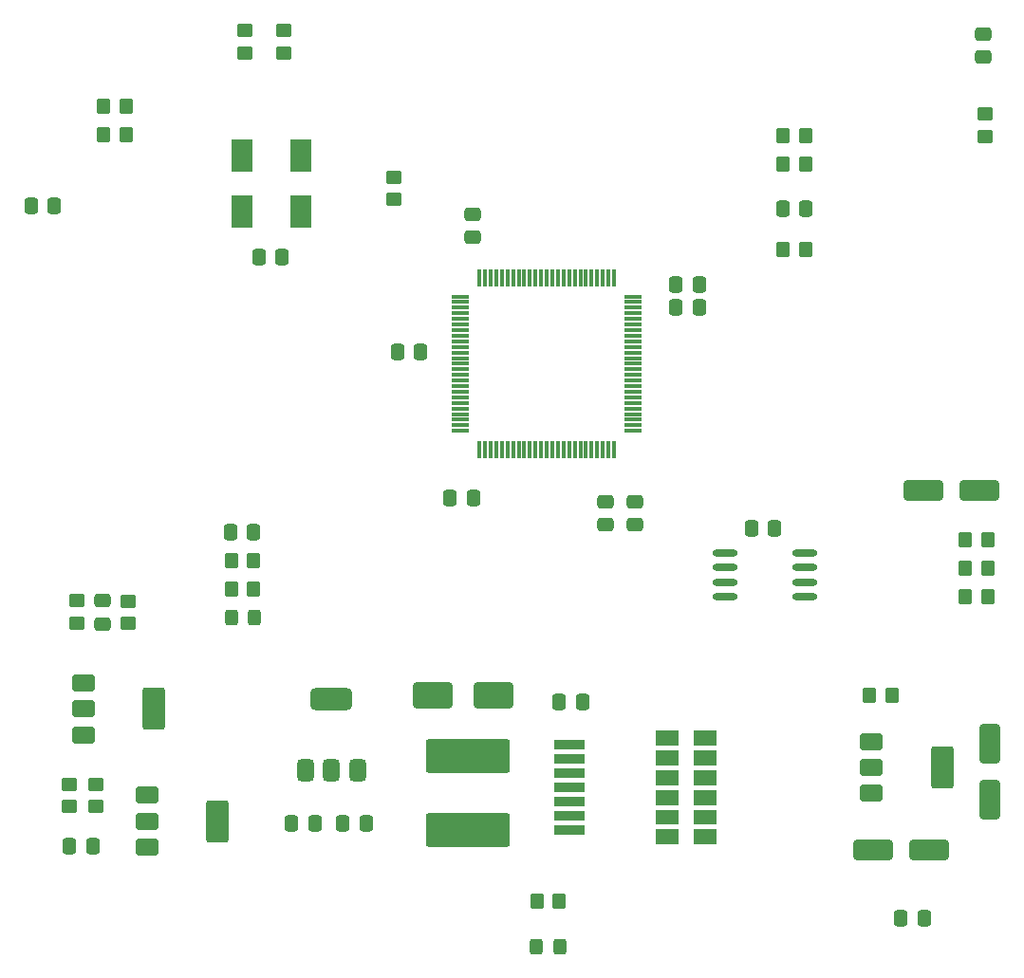
<source format=gbr>
%TF.GenerationSoftware,KiCad,Pcbnew,9.0.1*%
%TF.CreationDate,2025-04-22T15:05:36+08:00*%
%TF.ProjectId,EggClassifier,45676743-6c61-4737-9369-666965722e6b,rev?*%
%TF.SameCoordinates,Original*%
%TF.FileFunction,Paste,Top*%
%TF.FilePolarity,Positive*%
%FSLAX46Y46*%
G04 Gerber Fmt 4.6, Leading zero omitted, Abs format (unit mm)*
G04 Created by KiCad (PCBNEW 9.0.1) date 2025-04-22 15:05:36*
%MOMM*%
%LPD*%
G01*
G04 APERTURE LIST*
G04 Aperture macros list*
%AMRoundRect*
0 Rectangle with rounded corners*
0 $1 Rounding radius*
0 $2 $3 $4 $5 $6 $7 $8 $9 X,Y pos of 4 corners*
0 Add a 4 corners polygon primitive as box body*
4,1,4,$2,$3,$4,$5,$6,$7,$8,$9,$2,$3,0*
0 Add four circle primitives for the rounded corners*
1,1,$1+$1,$2,$3*
1,1,$1+$1,$4,$5*
1,1,$1+$1,$6,$7*
1,1,$1+$1,$8,$9*
0 Add four rect primitives between the rounded corners*
20,1,$1+$1,$2,$3,$4,$5,0*
20,1,$1+$1,$4,$5,$6,$7,0*
20,1,$1+$1,$6,$7,$8,$9,0*
20,1,$1+$1,$8,$9,$2,$3,0*%
G04 Aperture macros list end*
%ADD10C,0.010000*%
%ADD11RoundRect,0.250000X0.450000X-0.350000X0.450000X0.350000X-0.450000X0.350000X-0.450000X-0.350000X0*%
%ADD12RoundRect,0.250000X0.350000X0.450000X-0.350000X0.450000X-0.350000X-0.450000X0.350000X-0.450000X0*%
%ADD13RoundRect,0.075000X-0.725000X-0.075000X0.725000X-0.075000X0.725000X0.075000X-0.725000X0.075000X0*%
%ADD14RoundRect,0.075000X-0.075000X-0.725000X0.075000X-0.725000X0.075000X0.725000X-0.075000X0.725000X0*%
%ADD15RoundRect,0.250000X0.325000X0.450000X-0.325000X0.450000X-0.325000X-0.450000X0.325000X-0.450000X0*%
%ADD16RoundRect,0.250000X0.337500X0.475000X-0.337500X0.475000X-0.337500X-0.475000X0.337500X-0.475000X0*%
%ADD17RoundRect,0.250000X-0.750000X-0.500000X0.750000X-0.500000X0.750000X0.500000X-0.750000X0.500000X0*%
%ADD18RoundRect,0.250000X-0.750000X-1.650000X0.750000X-1.650000X0.750000X1.650000X-0.750000X1.650000X0*%
%ADD19RoundRect,0.250000X-3.500000X1.260000X-3.500000X-1.260000X3.500000X-1.260000X3.500000X1.260000X0*%
%ADD20RoundRect,0.250000X-0.350000X-0.450000X0.350000X-0.450000X0.350000X0.450000X-0.350000X0.450000X0*%
%ADD21RoundRect,0.250000X0.650000X-1.500000X0.650000X1.500000X-0.650000X1.500000X-0.650000X-1.500000X0*%
%ADD22R,1.980000X3.000000*%
%ADD23RoundRect,0.250000X0.475000X-0.337500X0.475000X0.337500X-0.475000X0.337500X-0.475000X-0.337500X0*%
%ADD24RoundRect,0.250000X1.500000X0.650000X-1.500000X0.650000X-1.500000X-0.650000X1.500000X-0.650000X0*%
%ADD25RoundRect,0.250000X-0.475000X0.337500X-0.475000X-0.337500X0.475000X-0.337500X0.475000X0.337500X0*%
%ADD26RoundRect,0.250000X-1.500000X-0.900000X1.500000X-0.900000X1.500000X0.900000X-1.500000X0.900000X0*%
%ADD27RoundRect,0.250000X-0.337500X-0.475000X0.337500X-0.475000X0.337500X0.475000X-0.337500X0.475000X0*%
%ADD28RoundRect,0.250000X-0.450000X0.350000X-0.450000X-0.350000X0.450000X-0.350000X0.450000X0.350000X0*%
%ADD29O,2.250000X0.630000*%
%ADD30R,2.790000X0.890000*%
%ADD31RoundRect,0.375000X0.375000X-0.625000X0.375000X0.625000X-0.375000X0.625000X-0.375000X-0.625000X0*%
%ADD32RoundRect,0.500000X1.400000X-0.500000X1.400000X0.500000X-1.400000X0.500000X-1.400000X-0.500000X0*%
G04 APERTURE END LIST*
D10*
%TO.C,U1*%
X142851000Y-118630000D02*
X140941000Y-118630000D01*
X140941000Y-117370000D01*
X142851000Y-117370000D01*
X142851000Y-118630000D01*
G36*
X142851000Y-118630000D02*
G01*
X140941000Y-118630000D01*
X140941000Y-117370000D01*
X142851000Y-117370000D01*
X142851000Y-118630000D01*
G37*
X142851000Y-120390000D02*
X140941000Y-120390000D01*
X140941000Y-119130000D01*
X142851000Y-119130000D01*
X142851000Y-120390000D01*
G36*
X142851000Y-120390000D02*
G01*
X140941000Y-120390000D01*
X140941000Y-119130000D01*
X142851000Y-119130000D01*
X142851000Y-120390000D01*
G37*
X142851000Y-122150000D02*
X140941000Y-122150000D01*
X140941000Y-120890000D01*
X142851000Y-120890000D01*
X142851000Y-122150000D01*
G36*
X142851000Y-122150000D02*
G01*
X140941000Y-122150000D01*
X140941000Y-120890000D01*
X142851000Y-120890000D01*
X142851000Y-122150000D01*
G37*
X142851000Y-123910000D02*
X140941000Y-123910000D01*
X140941000Y-122650000D01*
X142851000Y-122650000D01*
X142851000Y-123910000D01*
G36*
X142851000Y-123910000D02*
G01*
X140941000Y-123910000D01*
X140941000Y-122650000D01*
X142851000Y-122650000D01*
X142851000Y-123910000D01*
G37*
X142851000Y-125670000D02*
X140941000Y-125670000D01*
X140941000Y-124410000D01*
X142851000Y-124410000D01*
X142851000Y-125670000D01*
G36*
X142851000Y-125670000D02*
G01*
X140941000Y-125670000D01*
X140941000Y-124410000D01*
X142851000Y-124410000D01*
X142851000Y-125670000D01*
G37*
X142851000Y-127430000D02*
X140941000Y-127430000D01*
X140941000Y-126170000D01*
X142851000Y-126170000D01*
X142851000Y-127430000D01*
G36*
X142851000Y-127430000D02*
G01*
X140941000Y-127430000D01*
X140941000Y-126170000D01*
X142851000Y-126170000D01*
X142851000Y-127430000D01*
G37*
X146271000Y-118630000D02*
X144361000Y-118630000D01*
X144361000Y-117370000D01*
X146271000Y-117370000D01*
X146271000Y-118630000D01*
G36*
X146271000Y-118630000D02*
G01*
X144361000Y-118630000D01*
X144361000Y-117370000D01*
X146271000Y-117370000D01*
X146271000Y-118630000D01*
G37*
X146271000Y-120390000D02*
X144361000Y-120390000D01*
X144361000Y-119130000D01*
X146271000Y-119130000D01*
X146271000Y-120390000D01*
G36*
X146271000Y-120390000D02*
G01*
X144361000Y-120390000D01*
X144361000Y-119130000D01*
X146271000Y-119130000D01*
X146271000Y-120390000D01*
G37*
X146271000Y-122150000D02*
X144361000Y-122150000D01*
X144361000Y-120890000D01*
X146271000Y-120890000D01*
X146271000Y-122150000D01*
G36*
X146271000Y-122150000D02*
G01*
X144361000Y-122150000D01*
X144361000Y-120890000D01*
X146271000Y-120890000D01*
X146271000Y-122150000D01*
G37*
X146271000Y-123910000D02*
X144361000Y-123910000D01*
X144361000Y-122650000D01*
X146271000Y-122650000D01*
X146271000Y-123910000D01*
G36*
X146271000Y-123910000D02*
G01*
X144361000Y-123910000D01*
X144361000Y-122650000D01*
X146271000Y-122650000D01*
X146271000Y-123910000D01*
G37*
X146271000Y-125670000D02*
X144361000Y-125670000D01*
X144361000Y-124410000D01*
X146271000Y-124410000D01*
X146271000Y-125670000D01*
G36*
X146271000Y-125670000D02*
G01*
X144361000Y-125670000D01*
X144361000Y-124410000D01*
X146271000Y-124410000D01*
X146271000Y-125670000D01*
G37*
X146271000Y-127430000D02*
X144361000Y-127430000D01*
X144361000Y-126170000D01*
X146271000Y-126170000D01*
X146271000Y-127430000D01*
G36*
X146271000Y-127430000D02*
G01*
X144361000Y-127430000D01*
X144361000Y-126170000D01*
X146271000Y-126170000D01*
X146271000Y-127430000D01*
G37*
%TD*%
D11*
%TO.C,R2*%
X89306400Y-107730800D03*
X89306400Y-105730800D03*
%TD*%
D12*
%TO.C,R8*%
X132318000Y-132588000D03*
X130318000Y-132588000D03*
%TD*%
D13*
%TO.C,U3*%
X123531400Y-78602400D03*
X123531400Y-79102400D03*
X123531400Y-79602400D03*
X123531400Y-80102400D03*
X123531400Y-80602400D03*
X123531400Y-81102400D03*
X123531400Y-81602400D03*
X123531400Y-82102400D03*
X123531400Y-82602400D03*
X123531400Y-83102400D03*
X123531400Y-83602400D03*
X123531400Y-84102400D03*
X123531400Y-84602400D03*
X123531400Y-85102400D03*
X123531400Y-85602400D03*
X123531400Y-86102400D03*
X123531400Y-86602400D03*
X123531400Y-87102400D03*
X123531400Y-87602400D03*
X123531400Y-88102400D03*
X123531400Y-88602400D03*
X123531400Y-89102400D03*
X123531400Y-89602400D03*
X123531400Y-90102400D03*
X123531400Y-90602400D03*
D14*
X125206400Y-92277400D03*
X125706400Y-92277400D03*
X126206400Y-92277400D03*
X126706400Y-92277400D03*
X127206400Y-92277400D03*
X127706400Y-92277400D03*
X128206400Y-92277400D03*
X128706400Y-92277400D03*
X129206400Y-92277400D03*
X129706400Y-92277400D03*
X130206400Y-92277400D03*
X130706400Y-92277400D03*
X131206400Y-92277400D03*
X131706400Y-92277400D03*
X132206400Y-92277400D03*
X132706400Y-92277400D03*
X133206400Y-92277400D03*
X133706400Y-92277400D03*
X134206400Y-92277400D03*
X134706400Y-92277400D03*
X135206400Y-92277400D03*
X135706400Y-92277400D03*
X136206400Y-92277400D03*
X136706400Y-92277400D03*
X137206400Y-92277400D03*
D13*
X138881400Y-90602400D03*
X138881400Y-90102400D03*
X138881400Y-89602400D03*
X138881400Y-89102400D03*
X138881400Y-88602400D03*
X138881400Y-88102400D03*
X138881400Y-87602400D03*
X138881400Y-87102400D03*
X138881400Y-86602400D03*
X138881400Y-86102400D03*
X138881400Y-85602400D03*
X138881400Y-85102400D03*
X138881400Y-84602400D03*
X138881400Y-84102400D03*
X138881400Y-83602400D03*
X138881400Y-83102400D03*
X138881400Y-82602400D03*
X138881400Y-82102400D03*
X138881400Y-81602400D03*
X138881400Y-81102400D03*
X138881400Y-80602400D03*
X138881400Y-80102400D03*
X138881400Y-79602400D03*
X138881400Y-79102400D03*
X138881400Y-78602400D03*
D14*
X137206400Y-76927400D03*
X136706400Y-76927400D03*
X136206400Y-76927400D03*
X135706400Y-76927400D03*
X135206400Y-76927400D03*
X134706400Y-76927400D03*
X134206400Y-76927400D03*
X133706400Y-76927400D03*
X133206400Y-76927400D03*
X132706400Y-76927400D03*
X132206400Y-76927400D03*
X131706400Y-76927400D03*
X131206400Y-76927400D03*
X130706400Y-76927400D03*
X130206400Y-76927400D03*
X129706400Y-76927400D03*
X129206400Y-76927400D03*
X128706400Y-76927400D03*
X128206400Y-76927400D03*
X127706400Y-76927400D03*
X127206400Y-76927400D03*
X126706400Y-76927400D03*
X126206400Y-76927400D03*
X125706400Y-76927400D03*
X125206400Y-76927400D03*
%TD*%
D15*
%TO.C,D6*%
X105104200Y-107259200D03*
X103054200Y-107259200D03*
%TD*%
D16*
%TO.C,C5*%
X115098900Y-125648800D03*
X113023900Y-125648800D03*
%TD*%
D17*
%TO.C,Q1*%
X89864800Y-113117600D03*
X89864800Y-115417600D03*
D18*
X96164800Y-115417600D03*
D17*
X89864800Y-117717600D03*
%TD*%
D12*
%TO.C,R14*%
X105079200Y-102179200D03*
X103079200Y-102179200D03*
%TD*%
D19*
%TO.C,L1*%
X124206000Y-126238000D03*
X124206000Y-119578000D03*
%TD*%
D20*
%TO.C,R12*%
X152304400Y-74386600D03*
X154304400Y-74386600D03*
%TD*%
D16*
%TO.C,C18*%
X119950300Y-83535600D03*
X117875300Y-83535600D03*
%TD*%
D20*
%TO.C,R15*%
X152304400Y-66766600D03*
X154304400Y-66766600D03*
%TD*%
D21*
%TO.C,D4*%
X170728800Y-123526000D03*
X170728800Y-118526000D03*
%TD*%
D22*
%TO.C,Y1*%
X104014600Y-71049600D03*
X109274600Y-71049600D03*
X109274600Y-66049600D03*
X104014600Y-66049600D03*
%TD*%
D23*
%TO.C,C9*%
X91567000Y-107844500D03*
X91567000Y-105769500D03*
%TD*%
D17*
%TO.C,Q3*%
X160172000Y-118350000D03*
X160172000Y-120650000D03*
D18*
X166472000Y-120650000D03*
D17*
X160172000Y-122950000D03*
%TD*%
D12*
%TO.C,R19*%
X105079200Y-104719200D03*
X103079200Y-104719200D03*
%TD*%
D11*
%TO.C,R6*%
X88646000Y-124139200D03*
X88646000Y-122139200D03*
%TD*%
D24*
%TO.C,D2*%
X169774400Y-95930800D03*
X164774400Y-95930800D03*
%TD*%
D17*
%TO.C,Q2*%
X95554400Y-123125200D03*
X95554400Y-125425200D03*
D18*
X101854400Y-125425200D03*
D17*
X95554400Y-127725200D03*
%TD*%
D25*
%TO.C,C14*%
X136489600Y-96925300D03*
X136489600Y-99000300D03*
%TD*%
D11*
%TO.C,R11*%
X170322400Y-64317200D03*
X170322400Y-62317200D03*
%TD*%
D20*
%TO.C,R20*%
X168560400Y-100350400D03*
X170560400Y-100350400D03*
%TD*%
D12*
%TO.C,R10*%
X93700000Y-64130000D03*
X91700000Y-64130000D03*
%TD*%
%TO.C,R9*%
X93700000Y-61590000D03*
X91700000Y-61590000D03*
%TD*%
D16*
%TO.C,C13*%
X105040500Y-99639200D03*
X102965500Y-99639200D03*
%TD*%
D26*
%TO.C,D1*%
X121038800Y-114168000D03*
X126438800Y-114168000D03*
%TD*%
D12*
%TO.C,R16*%
X154304400Y-64226600D03*
X152304400Y-64226600D03*
%TD*%
D24*
%TO.C,D3*%
X165314000Y-128016000D03*
X160314000Y-128016000D03*
%TD*%
D27*
%TO.C,C12*%
X105505500Y-75052000D03*
X107580500Y-75052000D03*
%TD*%
D28*
%TO.C,R5*%
X90982800Y-122139200D03*
X90982800Y-124139200D03*
%TD*%
D16*
%TO.C,C19*%
X124649300Y-96616600D03*
X122574300Y-96616600D03*
%TD*%
D20*
%TO.C,R18*%
X168560400Y-105430400D03*
X170560400Y-105430400D03*
%TD*%
D15*
%TO.C,D5*%
X132343000Y-136652000D03*
X130293000Y-136652000D03*
%TD*%
D28*
%TO.C,R13*%
X117541200Y-67956000D03*
X117541200Y-69956000D03*
%TD*%
D11*
%TO.C,R4*%
X107729333Y-56838856D03*
X107729333Y-54838856D03*
%TD*%
%TO.C,R3*%
X104300333Y-56838856D03*
X104300333Y-54838856D03*
%TD*%
D16*
%TO.C,C7*%
X164867500Y-134112000D03*
X162792500Y-134112000D03*
%TD*%
D25*
%TO.C,C10*%
X170170000Y-55167700D03*
X170170000Y-57242700D03*
%TD*%
D16*
%TO.C,C6*%
X110511500Y-125648800D03*
X108436500Y-125648800D03*
%TD*%
D23*
%TO.C,C17*%
X124627800Y-73320900D03*
X124627800Y-71245900D03*
%TD*%
D12*
%TO.C,R7*%
X162026000Y-114168000D03*
X160026000Y-114168000D03*
%TD*%
D29*
%TO.C,U4*%
X147132800Y-101539200D03*
X147132800Y-102809200D03*
X147132800Y-104089200D03*
X147132800Y-105359200D03*
X154192800Y-105359200D03*
X154192800Y-104089200D03*
X154192800Y-102809200D03*
X154192800Y-101539200D03*
%TD*%
D27*
%TO.C,C15*%
X142716500Y-79573200D03*
X144791500Y-79573200D03*
%TD*%
D28*
%TO.C,R1*%
X93853000Y-105807000D03*
X93853000Y-107807000D03*
%TD*%
D20*
%TO.C,R17*%
X168560400Y-102890400D03*
X170560400Y-102890400D03*
%TD*%
D27*
%TO.C,C22*%
X142716500Y-77515800D03*
X144791500Y-77515800D03*
%TD*%
D30*
%TO.C,U1*%
X133256000Y-118590000D03*
X133256000Y-119860000D03*
X133256000Y-121130000D03*
X133256000Y-122400000D03*
X133256000Y-123670000D03*
X133256000Y-124940000D03*
X133256000Y-126210000D03*
%TD*%
D16*
%TO.C,C2*%
X134387500Y-114780000D03*
X132312500Y-114780000D03*
%TD*%
%TO.C,C16*%
X151547900Y-99283600D03*
X149472900Y-99283600D03*
%TD*%
D25*
%TO.C,C20*%
X139080400Y-96925300D03*
X139080400Y-99000300D03*
%TD*%
D27*
%TO.C,C8*%
X88624500Y-127635000D03*
X90699500Y-127635000D03*
%TD*%
%TO.C,C11*%
X85195500Y-70480000D03*
X87270500Y-70480000D03*
%TD*%
D31*
%TO.C,U2*%
X109714000Y-120874000D03*
X112014000Y-120874000D03*
D32*
X112014000Y-114574000D03*
D31*
X114314000Y-120874000D03*
%TD*%
D16*
%TO.C,C21*%
X154341900Y-70734000D03*
X152266900Y-70734000D03*
%TD*%
M02*

</source>
